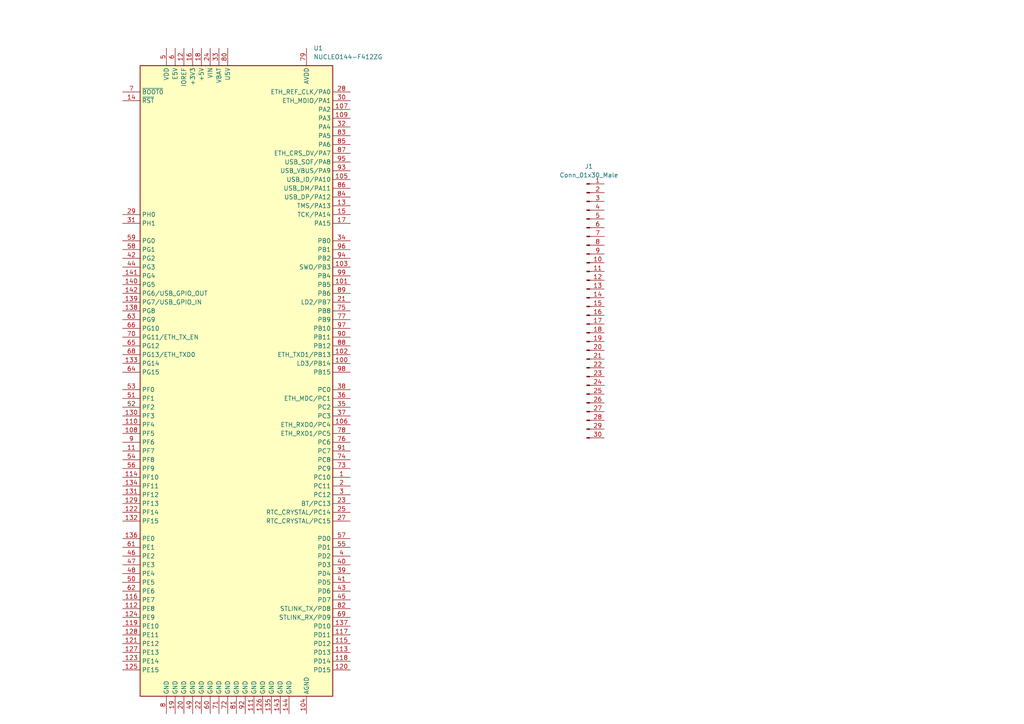
<source format=kicad_sch>
(kicad_sch (version 20211123) (generator eeschema)
  (paper "A4")
  (lib_symbols
    (symbol "Connector:Conn_01x30_Male" (pin_names (offset 1.016) hide)
      (property "Reference" "J" (at 0 38.1 0))
      (property "Value" "Conn_01x30_Male" (at 0 -40.64 0))
      (symbol "Conn_01x30_Male_1_1"
        (polyline (pts (xy 1.27 -38.1) (xy 0.8636 -38.1)) (stroke (width 0.1524)))
        (polyline (pts (xy 1.27 -35.56) (xy 0.8636 -35.56)) (stroke (width 0.1524)))
        (polyline (pts (xy 1.27 -33.02) (xy 0.8636 -33.02)) (stroke (width 0.1524)))
        (polyline (pts (xy 1.27 -30.48) (xy 0.8636 -30.48)) (stroke (width 0.1524)))
        (polyline (pts (xy 1.27 -27.94) (xy 0.8636 -27.94)) (stroke (width 0.1524)))
        (polyline (pts (xy 1.27 -25.4) (xy 0.8636 -25.4)) (stroke (width 0.1524)))
        (polyline (pts (xy 1.27 -22.86) (xy 0.8636 -22.86)) (stroke (width 0.1524)))
        (polyline (pts (xy 1.27 -20.32) (xy 0.8636 -20.32)) (stroke (width 0.1524)))
        (polyline (pts (xy 1.27 -17.78) (xy 0.8636 -17.78)) (stroke (width 0.1524)))
        (polyline (pts (xy 1.27 -15.24) (xy 0.8636 -15.24)) (stroke (width 0.1524)))
        (polyline (pts (xy 1.27 -12.7) (xy 0.8636 -12.7)) (stroke (width 0.1524)))
        (polyline (pts (xy 1.27 -10.16) (xy 0.8636 -10.16)) (stroke (width 0.1524)))
        (polyline (pts (xy 1.27 -7.62) (xy 0.8636 -7.62)) (stroke (width 0.1524)))
        (polyline (pts (xy 1.27 -5.08) (xy 0.8636 -5.08)) (stroke (width 0.1524)))
        (polyline (pts (xy 1.27 -2.54) (xy 0.8636 -2.54)) (stroke (width 0.1524)))
        (polyline (pts (xy 1.27 0) (xy 0.8636 0)) (stroke (width 0.1524)))
        (polyline (pts (xy 1.27 2.54) (xy 0.8636 2.54)) (stroke (width 0.1524)))
        (polyline (pts (xy 1.27 5.08) (xy 0.8636 5.08)) (stroke (width 0.1524)))
        (polyline (pts (xy 1.27 7.62) (xy 0.8636 7.62)) (stroke (width 0.1524)))
        (polyline (pts (xy 1.27 10.16) (xy 0.8636 10.16)) (stroke (width 0.1524)))
        (polyline (pts (xy 1.27 12.7) (xy 0.8636 12.7)) (stroke (width 0.1524)))
        (polyline (pts (xy 1.27 15.24) (xy 0.8636 15.24)) (stroke (width 0.1524)))
        (polyline (pts (xy 1.27 17.78) (xy 0.8636 17.78)) (stroke (width 0.1524)))
        (polyline (pts (xy 1.27 20.32) (xy 0.8636 20.32)) (stroke (width 0.1524)))
        (polyline (pts (xy 1.27 22.86) (xy 0.8636 22.86)) (stroke (width 0.1524)))
        (polyline (pts (xy 1.27 25.4) (xy 0.8636 25.4)) (stroke (width 0.1524)))
        (polyline (pts (xy 1.27 27.94) (xy 0.8636 27.94)) (stroke (width 0.1524)))
        (polyline (pts (xy 1.27 30.48) (xy 0.8636 30.48)) (stroke (width 0.1524)))
        (polyline (pts (xy 1.27 33.02) (xy 0.8636 33.02)) (stroke (width 0.1524)))
        (polyline (pts (xy 1.27 35.56) (xy 0.8636 35.56)) (stroke (width 0.1524)))
        (rectangle (start 0.8636 -37.973) (end 0 -38.227) (stroke (width 0.1524)) (fill (type outline)))
        (rectangle (start 0.8636 -35.433) (end 0 -35.687) (stroke (width 0.1524)) (fill (type outline)))
        (rectangle (start 0.8636 -32.893) (end 0 -33.147) (stroke (width 0.1524)) (fill (type outline)))
        (rectangle (start 0.8636 -30.353) (end 0 -30.607) (stroke (width 0.1524)) (fill (type outline)))
        (rectangle (start 0.8636 -27.813) (end 0 -28.067) (stroke (width 0.1524)) (fill (type outline)))
        (rectangle (start 0.8636 -25.273) (end 0 -25.527) (stroke (width 0.1524)) (fill (type outline)))
        (rectangle (start 0.8636 -22.733) (end 0 -22.987) (stroke (width 0.1524)) (fill (type outline)))
        (rectangle (start 0.8636 -20.193) (end 0 -20.447) (stroke (width 0.1524)) (fill (type outline)))
        (rectangle (start 0.8636 -17.653) (end 0 -17.907) (stroke (width 0.1524)) (fill (type outline)))
        (rectangle (start 0.8636 -15.113) (end 0 -15.367) (stroke (width 0.1524)) (fill (type outline)))
        (rectangle (start 0.8636 -12.573) (end 0 -12.827) (stroke (width 0.1524)) (fill (type outline)))
        (rectangle (start 0.8636 -10.033) (end 0 -10.287) (stroke (width 0.1524)) (fill (type outline)))
        (rectangle (start 0.8636 -7.493) (end 0 -7.747) (stroke (width 0.1524)) (fill (type outline)))
        (rectangle (start 0.8636 -4.953) (end 0 -5.207) (stroke (width 0.1524)) (fill (type outline)))
        (rectangle (start 0.8636 -2.413) (end 0 -2.667) (stroke (width 0.1524)) (fill (type outline)))
        (rectangle (start 0.8636 0.127) (end 0 -0.127) (stroke (width 0.1524)) (fill (type outline)))
        (rectangle (start 0.8636 2.667) (end 0 2.413) (stroke (width 0.1524)) (fill (type outline)))
        (rectangle (start 0.8636 5.207) (end 0 4.953) (stroke (width 0.1524)) (fill (type outline)))
        (rectangle (start 0.8636 7.747) (end 0 7.493) (stroke (width 0.1524)) (fill (type outline)))
        (rectangle (start 0.8636 10.287) (end 0 10.033) (stroke (width 0.1524)) (fill (type outline)))
        (rectangle (start 0.8636 12.827) (end 0 12.573) (stroke (width 0.1524)) (fill (type outline)))
        (rectangle (start 0.8636 15.367) (end 0 15.113) (stroke (width 0.1524)) (fill (type outline)))
        (rectangle (start 0.8636 17.907) (end 0 17.653) (stroke (width 0.1524)) (fill (type outline)))
        (rectangle (start 0.8636 20.447) (end 0 20.193) (stroke (width 0.1524)) (fill (type outline)))
        (rectangle (start 0.8636 22.987) (end 0 22.733) (stroke (width 0.1524)) (fill (type outline)))
        (rectangle (start 0.8636 25.527) (end 0 25.273) (stroke (width 0.1524)) (fill (type outline)))
        (rectangle (start 0.8636 28.067) (end 0 27.813) (stroke (width 0.1524)) (fill (type outline)))
        (rectangle (start 0.8636 30.607) (end 0 30.353) (stroke (width 0.1524)) (fill (type outline)))
        (rectangle (start 0.8636 33.147) (end 0 32.893) (stroke (width 0.1524)) (fill (type outline)))
        (rectangle (start 0.8636 35.687) (end 0 35.433) (stroke (width 0.1524)) (fill (type outline)))
        (pin passive line (at 5.08 35.56 180) (length 3.81) (name "Pin_1") (number "1"))
        (pin passive line (at 5.08 12.7 180) (length 3.81) (name "Pin_10") (number "10"))
        (pin passive line (at 5.08 10.16 180) (length 3.81) (name "Pin_11") (number "11"))
        (pin passive line (at 5.08 7.62 180) (length 3.81) (name "Pin_12") (number "12"))
        (pin passive line (at 5.08 5.08 180) (length 3.81) (name "Pin_13") (number "13"))
        (pin passive line (at 5.08 2.54 180) (length 3.81) (name "Pin_14") (number "14"))
        (pin passive line (at 5.08 0 180) (length 3.81) (name "Pin_15") (number "15"))
        (pin passive line (at 5.08 -2.54 180) (length 3.81) (name "Pin_16") (number "16"))
        (pin passive line (at 5.08 -5.08 180) (length 3.81) (name "Pin_17") (number "17"))
        (pin passive line (at 5.08 -7.62 180) (length 3.81) (name "Pin_18") (number "18"))
        (pin passive line (at 5.08 -10.16 180) (length 3.81) (name "Pin_19") (number "19"))
        (pin passive line (at 5.08 33.02 180) (length 3.81) (name "Pin_2") (number "2"))
        (pin passive line (at 5.08 -12.7 180) (length 3.81) (name "Pin_20") (number "20"))
        (pin passive line (at 5.08 -15.24 180) (length 3.81) (name "Pin_21") (number "21"))
        (pin passive line (at 5.08 -17.78 180) (length 3.81) (name "Pin_22") (number "22"))
        (pin passive line (at 5.08 -20.32 180) (length 3.81) (name "Pin_23") (number "23"))
        (pin passive line (at 5.08 -22.86 180) (length 3.81) (name "Pin_24") (number "24"))
        (pin passive line (at 5.08 -25.4 180) (length 3.81) (name "Pin_25") (number "25"))
        (pin passive line (at 5.08 -27.94 180) (length 3.81) (name "Pin_26") (number "26"))
        (pin passive line (at 5.08 -30.48 180) (length 3.81) (name "Pin_27") (number "27"))
        (pin passive line (at 5.08 -33.02 180) (length 3.81) (name "Pin_28") (number "28"))
        (pin passive line (at 5.08 -35.56 180) (length 3.81) (name "Pin_29") (number "29"))
        (pin passive line (at 5.08 30.48 180) (length 3.81) (name "Pin_3") (number "3"))
        (pin passive line (at 5.08 -38.1 180) (length 3.81) (name "Pin_30") (number "30"))
        (pin passive line (at 5.08 27.94 180) (length 3.81) (name "Pin_4") (number "4"))
        (pin passive line (at 5.08 25.4 180) (length 3.81) (name "Pin_5") (number "5"))
        (pin passive line (at 5.08 22.86 180) (length 3.81) (name "Pin_6") (number "6"))
        (pin passive line (at 5.08 20.32 180) (length 3.81) (name "Pin_7") (number "7"))
        (pin passive line (at 5.08 17.78 180) (length 3.81) (name "Pin_8") (number "8"))
        (pin passive line (at 5.08 15.24 180) (length 3.81) (name "Pin_9") (number "9"))
      )
    )
    (symbol "MCU_Module:NUCLEO144-F412ZG"
      (property "Reference" "U" (at -22.86 94.615 0))
      (property "Value" "NUCLEO144-F412ZG" (at -22.86 92.71 0))
      (symbol "NUCLEO144-F412ZG_0_1"
        (rectangle (start -27.94 -91.44) (end 27.94 91.44) (stroke (width 0.254)) (fill (type background)))
      )
      (symbol "NUCLEO144-F412ZG_1_1"
        (pin bidirectional line (at 33.02 -27.94 180) (length 5.08) (name "PC10") (number "1"))
        (pin no_connect line (at -33.02 55.88 0) (length 5.08) hide (name "NC") (number "10"))
        (pin bidirectional line (at 33.02 5.08 180) (length 5.08) (name "LD3/PB14") (number "100"))
        (pin bidirectional line (at 33.02 27.94 180) (length 5.08) (name "PB5") (number "101"))
        (pin bidirectional line (at 33.02 7.62 180) (length 5.08) (name "ETH_TXD1/PB13") (number "102"))
        (pin bidirectional line (at 33.02 33.02 180) (length 5.08) (name "SWO/PB3") (number "103"))
        (pin power_in line (at 20.32 -96.52 90) (length 5.08) (name "AGND") (number "104"))
        (pin bidirectional line (at 33.02 58.42 180) (length 5.08) (name "USB_ID/PA10") (number "105"))
        (pin bidirectional line (at 33.02 -12.7 180) (length 5.08) (name "ETH_RXD0/PC4") (number "106"))
        (pin bidirectional line (at 33.02 78.74 180) (length 5.08) (name "PA2") (number "107"))
        (pin bidirectional line (at -33.02 -15.24 0) (length 5.08) (name "PF5") (number "108"))
        (pin bidirectional line (at 33.02 76.2 180) (length 5.08) (name "PA3") (number "109"))
        (pin bidirectional line (at -33.02 -20.32 0) (length 5.08) (name "PF7") (number "11"))
        (pin bidirectional line (at -33.02 -12.7 0) (length 5.08) (name "PF4") (number "110"))
        (pin power_in line (at 5.08 -96.52 90) (length 5.08) (name "GND") (number "111"))
        (pin bidirectional line (at -33.02 -66.04 0) (length 5.08) (name "PE8") (number "112"))
        (pin bidirectional line (at 33.02 -78.74 180) (length 5.08) (name "PD13") (number "113"))
        (pin bidirectional line (at -33.02 -27.94 0) (length 5.08) (name "PF10") (number "114"))
        (pin bidirectional line (at 33.02 -76.2 180) (length 5.08) (name "PD12") (number "115"))
        (pin bidirectional line (at -33.02 -63.5 0) (length 5.08) (name "PE7") (number "116"))
        (pin bidirectional line (at 33.02 -73.66 180) (length 5.08) (name "PD11") (number "117"))
        (pin bidirectional line (at 33.02 -81.28 180) (length 5.08) (name "PD14") (number "118"))
        (pin bidirectional line (at -33.02 -71.12 0) (length 5.08) (name "PE10") (number "119"))
        (pin power_in line (at -15.24 96.52 270) (length 5.08) (name "IOREF") (number "12"))
        (pin bidirectional line (at 33.02 -83.82 180) (length 5.08) (name "PD15") (number "120"))
        (pin bidirectional line (at -33.02 -76.2 0) (length 5.08) (name "PE12") (number "121"))
        (pin bidirectional line (at -33.02 -38.1 0) (length 5.08) (name "PF14") (number "122"))
        (pin bidirectional line (at -33.02 -81.28 0) (length 5.08) (name "PE14") (number "123"))
        (pin bidirectional line (at -33.02 -68.58 0) (length 5.08) (name "PE9") (number "124"))
        (pin bidirectional line (at -33.02 -83.82 0) (length 5.08) (name "PE15") (number "125"))
        (pin power_in line (at 7.62 -96.52 90) (length 5.08) (name "GND") (number "126"))
        (pin bidirectional line (at -33.02 -78.74 0) (length 5.08) (name "PE13") (number "127"))
        (pin bidirectional line (at -33.02 -73.66 0) (length 5.08) (name "PE11") (number "128"))
        (pin bidirectional line (at -33.02 -35.56 0) (length 5.08) (name "PF13") (number "129"))
        (pin bidirectional line (at 33.02 50.8 180) (length 5.08) (name "TMS/PA13") (number "13"))
        (pin bidirectional line (at -33.02 -10.16 0) (length 5.08) (name "PF3") (number "130"))
        (pin bidirectional line (at -33.02 -33.02 0) (length 5.08) (name "PF12") (number "131"))
        (pin bidirectional line (at -33.02 -40.64 0) (length 5.08) (name "PF15") (number "132"))
        (pin bidirectional line (at -33.02 5.08 0) (length 5.08) (name "PG14") (number "133"))
        (pin bidirectional line (at -33.02 -30.48 0) (length 5.08) (name "PF11") (number "134"))
        (pin power_in line (at 10.16 -96.52 90) (length 5.08) (name "GND") (number "135"))
        (pin bidirectional line (at -33.02 -45.72 0) (length 5.08) (name "PE0") (number "136"))
        (pin bidirectional line (at 33.02 -71.12 180) (length 5.08) (name "PD10") (number "137"))
        (pin bidirectional line (at -33.02 20.32 0) (length 5.08) (name "PG8") (number "138"))
        (pin bidirectional line (at -33.02 22.86 0) (length 5.08) (name "PG7/USB_GPIO_IN") (number "139"))
        (pin input line (at -33.02 81.28 0) (length 5.08) (name "~{RST}") (number "14"))
        (pin bidirectional line (at -33.02 27.94 0) (length 5.08) (name "PG5") (number "140"))
        (pin bidirectional line (at -33.02 30.48 0) (length 5.08) (name "PG4") (number "141"))
        (pin bidirectional line (at -33.02 25.4 0) (length 5.08) (name "PG6/USB_GPIO_OUT") (number "142"))
        (pin power_in line (at 12.7 -96.52 90) (length 5.08) (name "GND") (number "143"))
        (pin power_in line (at 15.24 -96.52 90) (length 5.08) (name "GND") (number "144"))
        (pin bidirectional line (at 33.02 48.26 180) (length 5.08) (name "TCK/PA14") (number "15"))
        (pin power_in line (at -12.7 96.52 270) (length 5.08) (name "+3V3") (number "16"))
        (pin bidirectional line (at 33.02 45.72 180) (length 5.08) (name "PA15") (number "17"))
        (pin power_in line (at -10.16 96.52 270) (length 5.08) (name "+5V") (number "18"))
        (pin power_in line (at -17.78 -96.52 90) (length 5.08) (name "GND") (number "19"))
        (pin bidirectional line (at 33.02 -30.48 180) (length 5.08) (name "PC11") (number "2"))
        (pin power_in line (at -15.24 -96.52 90) (length 5.08) (name "GND") (number "20"))
        (pin bidirectional line (at 33.02 22.86 180) (length 5.08) (name "LD2/PB7") (number "21"))
        (pin power_in line (at -10.16 -96.52 90) (length 5.08) (name "GND") (number "22"))
        (pin bidirectional line (at 33.02 -35.56 180) (length 5.08) (name "BT/PC13") (number "23"))
        (pin power_in line (at -7.62 96.52 270) (length 5.08) (name "VIN") (number "24"))
        (pin bidirectional line (at 33.02 -38.1 180) (length 5.08) (name "RTC_CRYSTAL/PC14") (number "25"))
        (pin no_connect line (at -33.02 58.42 0) (length 5.08) hide (name "NC") (number "26"))
        (pin bidirectional line (at 33.02 -40.64 180) (length 5.08) (name "RTC_CRYSTAL/PC15") (number "27"))
        (pin bidirectional line (at 33.02 83.82 180) (length 5.08) (name "ETH_REF_CLK/PA0") (number "28"))
        (pin bidirectional line (at -33.02 48.26 0) (length 5.08) (name "PH0") (number "29"))
        (pin bidirectional line (at 33.02 -33.02 180) (length 5.08) (name "PC12") (number "3"))
        (pin bidirectional line (at 33.02 81.28 180) (length 5.08) (name "ETH_MDIO/PA1") (number "30"))
        (pin bidirectional line (at -33.02 45.72 0) (length 5.08) (name "PH1") (number "31"))
        (pin bidirectional line (at 33.02 73.66 180) (length 5.08) (name "PA4") (number "32"))
        (pin power_in line (at -5.08 96.52 270) (length 5.08) (name "VBAT") (number "33"))
        (pin bidirectional line (at 33.02 40.64 180) (length 5.08) (name "PB0") (number "34"))
        (pin bidirectional line (at 33.02 -7.62 180) (length 5.08) (name "PC2") (number "35"))
        (pin bidirectional line (at 33.02 -5.08 180) (length 5.08) (name "ETH_MDC/PC1") (number "36"))
        (pin bidirectional line (at 33.02 -10.16 180) (length 5.08) (name "PC3") (number "37"))
        (pin bidirectional line (at 33.02 -2.54 180) (length 5.08) (name "PC0") (number "38"))
        (pin bidirectional line (at 33.02 -55.88 180) (length 5.08) (name "PD4") (number "39"))
        (pin bidirectional line (at 33.02 -50.8 180) (length 5.08) (name "PD2") (number "4"))
        (pin bidirectional line (at 33.02 -53.34 180) (length 5.08) (name "PD3") (number "40"))
        (pin bidirectional line (at 33.02 -58.42 180) (length 5.08) (name "PD5") (number "41"))
        (pin bidirectional line (at -33.02 35.56 0) (length 5.08) (name "PG2") (number "42"))
        (pin bidirectional line (at 33.02 -60.96 180) (length 5.08) (name "PD6") (number "43"))
        (pin bidirectional line (at -33.02 33.02 0) (length 5.08) (name "PG3") (number "44"))
        (pin bidirectional line (at 33.02 -63.5 180) (length 5.08) (name "PD7") (number "45"))
        (pin bidirectional line (at -33.02 -50.8 0) (length 5.08) (name "PE2") (number "46"))
        (pin bidirectional line (at -33.02 -53.34 0) (length 5.08) (name "PE3") (number "47"))
        (pin bidirectional line (at -33.02 -55.88 0) (length 5.08) (name "PE4") (number "48"))
        (pin power_in line (at -12.7 -96.52 90) (length 5.08) (name "GND") (number "49"))
        (pin power_in line (at -20.32 96.52 270) (length 5.08) (name "VDD") (number "5"))
        (pin bidirectional line (at -33.02 -58.42 0) (length 5.08) (name "PE5") (number "50"))
        (pin bidirectional line (at -33.02 -5.08 0) (length 5.08) (name "PF1") (number "51"))
        (pin bidirectional line (at -33.02 -7.62 0) (length 5.08) (name "PF2") (number "52"))
        (pin bidirectional line (at -33.02 -2.54 0) (length 5.08) (name "PF0") (number "53"))
        (pin bidirectional line (at -33.02 -22.86 0) (length 5.08) (name "PF8") (number "54"))
        (pin bidirectional line (at 33.02 -48.26 180) (length 5.08) (name "PD1") (number "55"))
        (pin bidirectional line (at -33.02 -25.4 0) (length 5.08) (name "PF9") (number "56"))
        (pin bidirectional line (at 33.02 -45.72 180) (length 5.08) (name "PD0") (number "57"))
        (pin bidirectional line (at -33.02 38.1 0) (length 5.08) (name "PG1") (number "58"))
        (pin bidirectional line (at -33.02 40.64 0) (length 5.08) (name "PG0") (number "59"))
        (pin power_in line (at -17.78 96.52 270) (length 5.08) (name "E5V") (number "6"))
        (pin power_in line (at -7.62 -96.52 90) (length 5.08) (name "GND") (number "60"))
        (pin bidirectional line (at -33.02 -48.26 0) (length 5.08) (name "PE1") (number "61"))
        (pin bidirectional line (at -33.02 -60.96 0) (length 5.08) (name "PE6") (number "62"))
        (pin bidirectional line (at -33.02 17.78 0) (length 5.08) (name "PG9") (number "63"))
        (pin bidirectional line (at -33.02 2.54 0) (length 5.08) (name "PG15") (number "64"))
        (pin bidirectional line (at -33.02 10.16 0) (length 5.08) (name "PG12") (number "65"))
        (pin bidirectional line (at -33.02 15.24 0) (length 5.08) (name "PG10") (number "66"))
        (pin no_connect line (at -33.02 53.34 0) (length 5.08) hide (name "NC") (number "67"))
        (pin bidirectional line (at -33.02 7.62 0) (length 5.08) (name "PG13/ETH_TXD0") (number "68"))
        (pin bidirectional line (at 33.02 -68.58 180) (length 5.08) (name "STLINK_RX/PD9") (number "69"))
        (pin input line (at -33.02 83.82 0) (length 5.08) (name "~{BOOT0}") (number "7"))
        (pin bidirectional line (at -33.02 12.7 0) (length 5.08) (name "PG11/ETH_TX_EN") (number "70"))
        (pin power_in line (at -5.08 -96.52 90) (length 5.08) (name "GND") (number "71"))
        (pin power_in line (at -2.54 -96.52 90) (length 5.08) (name "GND") (number "72"))
        (pin bidirectional line (at 33.02 -25.4 180) (length 5.08) (name "PC9") (number "73"))
        (pin bidirectional line (at 33.02 -22.86 180) (length 5.08) (name "PC8") (number "74"))
        (pin bidirectional line (at 33.02 20.32 180) (length 5.08) (name "PB8") (number "75"))
        (pin bidirectional line (at 33.02 -17.78 180) (length 5.08) (name "PC6") (number "76"))
        (pin bidirectional line (at 33.02 17.78 180) (length 5.08) (name "PB9") (number "77"))
        (pin bidirectional line (at 33.02 -15.24 180) (length 5.08) (name "ETH_RXD1/PC5") (number "78"))
        (pin power_in line (at 20.32 96.52 270) (length 5.08) (name "AVDD") (number "79"))
        (pin power_in line (at -20.32 -96.52 90) (length 5.08) (name "GND") (number "8"))
        (pin power_in line (at -2.54 96.52 270) (length 5.08) (name "U5V") (number "80"))
        (pin power_in line (at 0 -96.52 90) (length 5.08) (name "GND") (number "81"))
        (pin bidirectional line (at 33.02 -66.04 180) (length 5.08) (name "STLINK_TX/PD8") (number "82"))
        (pin bidirectional line (at 33.02 71.12 180) (length 5.08) (name "PA5") (number "83"))
        (pin bidirectional line (at 33.02 53.34 180) (length 5.08) (name "USB_DP/PA12") (number "84"))
        (pin bidirectional line (at 33.02 68.58 180) (length 5.08) (name "PA6") (number "85"))
        (pin bidirectional line (at 33.02 55.88 180) (length 5.08) (name "USB_DM/PA11") (number "86"))
        (pin bidirectional line (at 33.02 66.04 180) (length 5.08) (name "ETH_CRS_DV/PA7") (number "87"))
        (pin bidirectional line (at 33.02 10.16 180) (length 5.08) (name "PB12") (number "88"))
        (pin bidirectional line (at 33.02 25.4 180) (length 5.08) (name "PB6") (number "89"))
        (pin bidirectional line (at -33.02 -17.78 0) (length 5.08) (name "PF6") (number "9"))
        (pin bidirectional line (at 33.02 12.7 180) (length 5.08) (name "PB11") (number "90"))
        (pin bidirectional line (at 33.02 -20.32 180) (length 5.08) (name "PC7") (number "91"))
        (pin power_in line (at 2.54 -96.52 90) (length 5.08) (name "GND") (number "92"))
        (pin bidirectional line (at 33.02 60.96 180) (length 5.08) (name "USB_VBUS/PA9") (number "93"))
        (pin bidirectional line (at 33.02 35.56 180) (length 5.08) (name "PB2") (number "94"))
        (pin bidirectional line (at 33.02 63.5 180) (length 5.08) (name "USB_SOF/PA8") (number "95"))
        (pin bidirectional line (at 33.02 38.1 180) (length 5.08) (name "PB1") (number "96"))
        (pin bidirectional line (at 33.02 15.24 180) (length 5.08) (name "PB10") (number "97"))
        (pin bidirectional line (at 33.02 2.54 180) (length 5.08) (name "PB15") (number "98"))
        (pin bidirectional line (at 33.02 30.48 180) (length 5.08) (name "PB4") (number "99"))
      )
    )
  )
  (symbol (lib_id "MCU_Module:NUCLEO144-F412ZG") (at 68.58 110.49 0) (unit 1)
    (property "Reference" "U1" (at 90.9194 13.97 0) (effects (justify left)))
    (property "Value" "NUCLEO144-F412ZG" (at 90.9194 16.51 0) (effects (justify left)))
    (property "Footprint" "Module:ST_Morpho_Connector_144_STLink_MountingHoles" (effects hide))
    (property "Datasheet" "https://www.st.com/resource/en/user_manual/dm00244518-stm32-nucleo144-boards-stmicroelectronics.pdf" (effects hide))
  )
  (symbol (lib_id "Connector:Conn_01x30_Male") (at 170.18 88.9 0) (unit 1)
    (property "Reference" "J1" (at 170.815 48.26 0))
    (property "Value" "Conn_01x30_Male" (at 170.815 50.8 0))
    (property "Footprint" "Connector_FFC-FPC:Hirose_FH12-30S-0.5SH_1x30-1MP_P0.50mm_Horizontal" (effects hide))
  )
)
</source>
